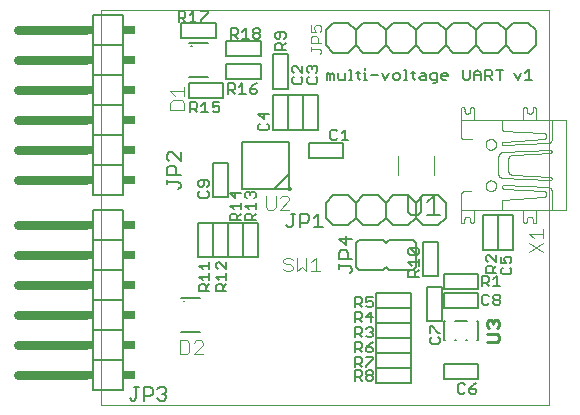
<source format=gto>
G75*
%MOIN*%
%OFA0B0*%
%FSLAX25Y25*%
%IPPOS*%
%LPD*%
%AMOC8*
5,1,8,0,0,1.08239X$1,22.5*
%
%ADD10C,0.00000*%
%ADD11C,0.00600*%
%ADD12C,0.00500*%
%ADD13C,0.00800*%
%ADD14C,0.03000*%
%ADD15R,0.02000X0.03000*%
%ADD16R,0.04000X0.03000*%
%ADD17C,0.00400*%
%ADD18C,0.00300*%
%ADD19C,0.00900*%
D10*
X0030000Y0001800D02*
X0030000Y0133650D01*
X0179350Y0133650D01*
X0179350Y0001800D01*
X0030000Y0001800D01*
X0158228Y0074910D02*
X0158230Y0074994D01*
X0158236Y0075077D01*
X0158246Y0075160D01*
X0158260Y0075243D01*
X0158277Y0075325D01*
X0158299Y0075406D01*
X0158324Y0075485D01*
X0158353Y0075564D01*
X0158386Y0075641D01*
X0158422Y0075716D01*
X0158462Y0075790D01*
X0158505Y0075862D01*
X0158552Y0075931D01*
X0158602Y0075998D01*
X0158655Y0076063D01*
X0158711Y0076125D01*
X0158769Y0076185D01*
X0158831Y0076242D01*
X0158895Y0076295D01*
X0158962Y0076346D01*
X0159031Y0076393D01*
X0159102Y0076438D01*
X0159175Y0076478D01*
X0159250Y0076515D01*
X0159327Y0076549D01*
X0159405Y0076579D01*
X0159484Y0076605D01*
X0159565Y0076628D01*
X0159647Y0076646D01*
X0159729Y0076661D01*
X0159812Y0076672D01*
X0159895Y0076679D01*
X0159979Y0076682D01*
X0160063Y0076681D01*
X0160146Y0076676D01*
X0160230Y0076667D01*
X0160312Y0076654D01*
X0160394Y0076638D01*
X0160475Y0076617D01*
X0160556Y0076593D01*
X0160634Y0076565D01*
X0160712Y0076533D01*
X0160788Y0076497D01*
X0160862Y0076458D01*
X0160934Y0076416D01*
X0161004Y0076370D01*
X0161072Y0076321D01*
X0161137Y0076269D01*
X0161200Y0076214D01*
X0161260Y0076156D01*
X0161318Y0076095D01*
X0161372Y0076031D01*
X0161424Y0075965D01*
X0161472Y0075897D01*
X0161517Y0075826D01*
X0161558Y0075753D01*
X0161597Y0075679D01*
X0161631Y0075603D01*
X0161662Y0075525D01*
X0161689Y0075446D01*
X0161713Y0075365D01*
X0161732Y0075284D01*
X0161748Y0075202D01*
X0161760Y0075119D01*
X0161768Y0075035D01*
X0161772Y0074952D01*
X0161772Y0074868D01*
X0161768Y0074785D01*
X0161760Y0074701D01*
X0161748Y0074618D01*
X0161732Y0074536D01*
X0161713Y0074455D01*
X0161689Y0074374D01*
X0161662Y0074295D01*
X0161631Y0074217D01*
X0161597Y0074141D01*
X0161558Y0074067D01*
X0161517Y0073994D01*
X0161472Y0073923D01*
X0161424Y0073855D01*
X0161372Y0073789D01*
X0161318Y0073725D01*
X0161260Y0073664D01*
X0161200Y0073606D01*
X0161137Y0073551D01*
X0161072Y0073499D01*
X0161004Y0073450D01*
X0160934Y0073404D01*
X0160862Y0073362D01*
X0160788Y0073323D01*
X0160712Y0073287D01*
X0160634Y0073255D01*
X0160556Y0073227D01*
X0160475Y0073203D01*
X0160394Y0073182D01*
X0160312Y0073166D01*
X0160230Y0073153D01*
X0160146Y0073144D01*
X0160063Y0073139D01*
X0159979Y0073138D01*
X0159895Y0073141D01*
X0159812Y0073148D01*
X0159729Y0073159D01*
X0159647Y0073174D01*
X0159565Y0073192D01*
X0159484Y0073215D01*
X0159405Y0073241D01*
X0159327Y0073271D01*
X0159250Y0073305D01*
X0159175Y0073342D01*
X0159102Y0073382D01*
X0159031Y0073427D01*
X0158962Y0073474D01*
X0158895Y0073525D01*
X0158831Y0073578D01*
X0158769Y0073635D01*
X0158711Y0073695D01*
X0158655Y0073757D01*
X0158602Y0073822D01*
X0158552Y0073889D01*
X0158505Y0073958D01*
X0158462Y0074030D01*
X0158422Y0074104D01*
X0158386Y0074179D01*
X0158353Y0074256D01*
X0158324Y0074335D01*
X0158299Y0074414D01*
X0158277Y0074495D01*
X0158260Y0074577D01*
X0158246Y0074660D01*
X0158236Y0074743D01*
X0158230Y0074826D01*
X0158228Y0074910D01*
X0158228Y0088690D02*
X0158230Y0088774D01*
X0158236Y0088857D01*
X0158246Y0088940D01*
X0158260Y0089023D01*
X0158277Y0089105D01*
X0158299Y0089186D01*
X0158324Y0089265D01*
X0158353Y0089344D01*
X0158386Y0089421D01*
X0158422Y0089496D01*
X0158462Y0089570D01*
X0158505Y0089642D01*
X0158552Y0089711D01*
X0158602Y0089778D01*
X0158655Y0089843D01*
X0158711Y0089905D01*
X0158769Y0089965D01*
X0158831Y0090022D01*
X0158895Y0090075D01*
X0158962Y0090126D01*
X0159031Y0090173D01*
X0159102Y0090218D01*
X0159175Y0090258D01*
X0159250Y0090295D01*
X0159327Y0090329D01*
X0159405Y0090359D01*
X0159484Y0090385D01*
X0159565Y0090408D01*
X0159647Y0090426D01*
X0159729Y0090441D01*
X0159812Y0090452D01*
X0159895Y0090459D01*
X0159979Y0090462D01*
X0160063Y0090461D01*
X0160146Y0090456D01*
X0160230Y0090447D01*
X0160312Y0090434D01*
X0160394Y0090418D01*
X0160475Y0090397D01*
X0160556Y0090373D01*
X0160634Y0090345D01*
X0160712Y0090313D01*
X0160788Y0090277D01*
X0160862Y0090238D01*
X0160934Y0090196D01*
X0161004Y0090150D01*
X0161072Y0090101D01*
X0161137Y0090049D01*
X0161200Y0089994D01*
X0161260Y0089936D01*
X0161318Y0089875D01*
X0161372Y0089811D01*
X0161424Y0089745D01*
X0161472Y0089677D01*
X0161517Y0089606D01*
X0161558Y0089533D01*
X0161597Y0089459D01*
X0161631Y0089383D01*
X0161662Y0089305D01*
X0161689Y0089226D01*
X0161713Y0089145D01*
X0161732Y0089064D01*
X0161748Y0088982D01*
X0161760Y0088899D01*
X0161768Y0088815D01*
X0161772Y0088732D01*
X0161772Y0088648D01*
X0161768Y0088565D01*
X0161760Y0088481D01*
X0161748Y0088398D01*
X0161732Y0088316D01*
X0161713Y0088235D01*
X0161689Y0088154D01*
X0161662Y0088075D01*
X0161631Y0087997D01*
X0161597Y0087921D01*
X0161558Y0087847D01*
X0161517Y0087774D01*
X0161472Y0087703D01*
X0161424Y0087635D01*
X0161372Y0087569D01*
X0161318Y0087505D01*
X0161260Y0087444D01*
X0161200Y0087386D01*
X0161137Y0087331D01*
X0161072Y0087279D01*
X0161004Y0087230D01*
X0160934Y0087184D01*
X0160862Y0087142D01*
X0160788Y0087103D01*
X0160712Y0087067D01*
X0160634Y0087035D01*
X0160556Y0087007D01*
X0160475Y0086983D01*
X0160394Y0086962D01*
X0160312Y0086946D01*
X0160230Y0086933D01*
X0160146Y0086924D01*
X0160063Y0086919D01*
X0159979Y0086918D01*
X0159895Y0086921D01*
X0159812Y0086928D01*
X0159729Y0086939D01*
X0159647Y0086954D01*
X0159565Y0086972D01*
X0159484Y0086995D01*
X0159405Y0087021D01*
X0159327Y0087051D01*
X0159250Y0087085D01*
X0159175Y0087122D01*
X0159102Y0087162D01*
X0159031Y0087207D01*
X0158962Y0087254D01*
X0158895Y0087305D01*
X0158831Y0087358D01*
X0158769Y0087415D01*
X0158711Y0087475D01*
X0158655Y0087537D01*
X0158602Y0087602D01*
X0158552Y0087669D01*
X0158505Y0087738D01*
X0158462Y0087810D01*
X0158422Y0087884D01*
X0158386Y0087959D01*
X0158353Y0088036D01*
X0158324Y0088115D01*
X0158299Y0088194D01*
X0158277Y0088275D01*
X0158260Y0088357D01*
X0158246Y0088440D01*
X0158236Y0088523D01*
X0158230Y0088606D01*
X0158228Y0088690D01*
D11*
X0142500Y0071800D02*
X0137500Y0071800D01*
X0135000Y0069300D01*
X0135000Y0064300D01*
X0137500Y0061800D01*
X0142500Y0061800D01*
X0145000Y0064300D01*
X0145000Y0069300D01*
X0142500Y0071800D01*
X0140990Y0071505D02*
X0140990Y0065100D01*
X0143125Y0065100D02*
X0138854Y0065100D01*
X0136679Y0066168D02*
X0136679Y0071505D01*
X0135000Y0069300D02*
X0132500Y0071800D01*
X0127500Y0071800D01*
X0125000Y0069300D01*
X0125000Y0064300D01*
X0122500Y0061800D01*
X0117500Y0061800D01*
X0115000Y0064300D01*
X0112500Y0061800D01*
X0107500Y0061800D01*
X0105000Y0064300D01*
X0105000Y0069300D01*
X0107500Y0071800D01*
X0112500Y0071800D01*
X0115000Y0069300D01*
X0117500Y0071800D01*
X0122500Y0071800D01*
X0125000Y0069300D01*
X0125000Y0064300D02*
X0127500Y0061800D01*
X0132500Y0061800D01*
X0135000Y0064300D01*
X0135612Y0065100D02*
X0136679Y0066168D01*
X0135612Y0065100D02*
X0133477Y0065100D01*
X0132409Y0066168D01*
X0132409Y0071505D01*
X0138854Y0069370D02*
X0140990Y0071505D01*
X0134000Y0056800D02*
X0126000Y0056800D01*
X0125000Y0055800D01*
X0124000Y0056800D01*
X0116000Y0056800D01*
X0115000Y0055800D01*
X0115000Y0047800D01*
X0116000Y0046800D01*
X0124000Y0046800D01*
X0125000Y0047800D01*
X0126000Y0046800D01*
X0134000Y0046800D01*
X0135000Y0047800D01*
X0135000Y0055800D01*
X0134000Y0056800D01*
X0133114Y0054235D02*
X0135383Y0051966D01*
X0135950Y0052533D01*
X0135950Y0053668D01*
X0135383Y0054235D01*
X0133114Y0054235D01*
X0132547Y0053668D01*
X0132547Y0052533D01*
X0133114Y0051966D01*
X0135383Y0051966D01*
X0135950Y0050552D02*
X0135950Y0048283D01*
X0135950Y0049417D02*
X0132547Y0049417D01*
X0133681Y0048283D01*
X0133114Y0046869D02*
X0134249Y0046869D01*
X0134816Y0046301D01*
X0134816Y0044600D01*
X0135950Y0044600D02*
X0132547Y0044600D01*
X0132547Y0046301D01*
X0133114Y0046869D01*
X0134816Y0045734D02*
X0135950Y0046869D01*
X0120760Y0037753D02*
X0118492Y0037753D01*
X0118492Y0036051D01*
X0119626Y0036619D01*
X0120193Y0036619D01*
X0120760Y0036051D01*
X0120760Y0034917D01*
X0120193Y0034350D01*
X0119059Y0034350D01*
X0118492Y0034917D01*
X0117077Y0034350D02*
X0115943Y0035484D01*
X0116510Y0035484D02*
X0114809Y0035484D01*
X0114809Y0034350D02*
X0114809Y0037753D01*
X0116510Y0037753D01*
X0117077Y0037186D01*
X0117077Y0036051D01*
X0116510Y0035484D01*
X0116510Y0032753D02*
X0114809Y0032753D01*
X0114809Y0029350D01*
X0114809Y0030484D02*
X0116510Y0030484D01*
X0117077Y0031051D01*
X0117077Y0032186D01*
X0116510Y0032753D01*
X0115943Y0030484D02*
X0117077Y0029350D01*
X0116510Y0027753D02*
X0114809Y0027753D01*
X0114809Y0024350D01*
X0114809Y0025484D02*
X0116510Y0025484D01*
X0117077Y0026051D01*
X0117077Y0027186D01*
X0116510Y0027753D01*
X0118492Y0027186D02*
X0119059Y0027753D01*
X0120193Y0027753D01*
X0120760Y0027186D01*
X0120760Y0026619D01*
X0120193Y0026051D01*
X0120760Y0025484D01*
X0120760Y0024917D01*
X0120193Y0024350D01*
X0119059Y0024350D01*
X0118492Y0024917D01*
X0117077Y0024350D02*
X0115943Y0025484D01*
X0116510Y0022753D02*
X0114809Y0022753D01*
X0114809Y0019350D01*
X0114809Y0020484D02*
X0116510Y0020484D01*
X0117077Y0021051D01*
X0117077Y0022186D01*
X0116510Y0022753D01*
X0115943Y0020484D02*
X0117077Y0019350D01*
X0118492Y0019917D02*
X0118492Y0021051D01*
X0120193Y0021051D01*
X0120760Y0020484D01*
X0120760Y0019917D01*
X0120193Y0019350D01*
X0119059Y0019350D01*
X0118492Y0019917D01*
X0118492Y0021051D02*
X0119626Y0022186D01*
X0120760Y0022753D01*
X0120193Y0026051D02*
X0119626Y0026051D01*
X0120193Y0029350D02*
X0120193Y0032753D01*
X0118492Y0031051D01*
X0120760Y0031051D01*
X0120760Y0017753D02*
X0118492Y0017753D01*
X0117077Y0017186D02*
X0117077Y0016051D01*
X0116510Y0015484D01*
X0114809Y0015484D01*
X0114809Y0014350D02*
X0114809Y0017753D01*
X0116510Y0017753D01*
X0117077Y0017186D01*
X0115943Y0015484D02*
X0117077Y0014350D01*
X0116510Y0013378D02*
X0114809Y0013378D01*
X0114809Y0009975D01*
X0114809Y0011109D02*
X0116510Y0011109D01*
X0117077Y0011676D01*
X0117077Y0012811D01*
X0116510Y0013378D01*
X0118492Y0012811D02*
X0118492Y0012244D01*
X0119059Y0011676D01*
X0120193Y0011676D01*
X0120760Y0011109D01*
X0120760Y0010542D01*
X0120193Y0009975D01*
X0119059Y0009975D01*
X0118492Y0010542D01*
X0118492Y0011109D01*
X0119059Y0011676D01*
X0120193Y0011676D02*
X0120760Y0012244D01*
X0120760Y0012811D01*
X0120193Y0013378D01*
X0119059Y0013378D01*
X0118492Y0012811D01*
X0118492Y0014350D02*
X0118492Y0014917D01*
X0120760Y0017186D01*
X0120760Y0017753D01*
X0115943Y0011109D02*
X0117077Y0009975D01*
X0139672Y0022801D02*
X0140239Y0022234D01*
X0142508Y0022234D01*
X0143075Y0022801D01*
X0143075Y0023935D01*
X0142508Y0024502D01*
X0142508Y0025917D02*
X0143075Y0025917D01*
X0142508Y0025917D02*
X0140239Y0028185D01*
X0139672Y0028185D01*
X0139672Y0025917D01*
X0140239Y0024502D02*
X0139672Y0023935D01*
X0139672Y0022801D01*
X0144402Y0023611D02*
X0144772Y0023611D01*
X0144402Y0023611D02*
X0144402Y0029989D01*
X0144772Y0029989D01*
X0147945Y0029989D02*
X0152055Y0029989D01*
X0155228Y0029989D02*
X0155598Y0029989D01*
X0155598Y0023611D01*
X0155228Y0023611D01*
X0152055Y0023611D02*
X0151685Y0023611D01*
X0148315Y0023611D02*
X0147945Y0023611D01*
X0157742Y0035225D02*
X0158876Y0035225D01*
X0159444Y0035792D01*
X0160858Y0035792D02*
X0161425Y0035225D01*
X0162560Y0035225D01*
X0163127Y0035792D01*
X0163127Y0036359D01*
X0162560Y0036926D01*
X0161425Y0036926D01*
X0160858Y0037494D01*
X0160858Y0038061D01*
X0161425Y0038628D01*
X0162560Y0038628D01*
X0163127Y0038061D01*
X0163127Y0037494D01*
X0162560Y0036926D01*
X0161425Y0036926D02*
X0160858Y0036359D01*
X0160858Y0035792D01*
X0159444Y0038061D02*
X0158876Y0038628D01*
X0157742Y0038628D01*
X0157175Y0038061D01*
X0157175Y0035792D01*
X0157742Y0035225D01*
X0157175Y0041475D02*
X0157175Y0044878D01*
X0158876Y0044878D01*
X0159444Y0044311D01*
X0159444Y0043176D01*
X0158876Y0042609D01*
X0157175Y0042609D01*
X0158309Y0042609D02*
X0159444Y0041475D01*
X0160858Y0041475D02*
X0163127Y0041475D01*
X0161992Y0041475D02*
X0161992Y0044878D01*
X0160858Y0043744D01*
X0160691Y0045984D02*
X0160691Y0047685D01*
X0160124Y0048252D01*
X0158989Y0048252D01*
X0158422Y0047685D01*
X0158422Y0045984D01*
X0161825Y0045984D01*
X0163422Y0045926D02*
X0163422Y0047060D01*
X0163989Y0047627D01*
X0163422Y0045926D02*
X0163989Y0045359D01*
X0166258Y0045359D01*
X0166825Y0045926D01*
X0166825Y0047060D01*
X0166258Y0047627D01*
X0166258Y0049042D02*
X0166825Y0049609D01*
X0166825Y0050743D01*
X0166258Y0051310D01*
X0165124Y0051310D01*
X0164556Y0050743D01*
X0164556Y0050176D01*
X0165124Y0049042D01*
X0163422Y0049042D01*
X0163422Y0051310D01*
X0161825Y0051935D02*
X0161825Y0049667D01*
X0159556Y0051935D01*
X0158989Y0051935D01*
X0158422Y0051368D01*
X0158422Y0050234D01*
X0158989Y0049667D01*
X0160691Y0047118D02*
X0161825Y0048252D01*
X0115000Y0064300D02*
X0115000Y0069300D01*
X0092800Y0074000D02*
X0092800Y0089600D01*
X0077200Y0089600D01*
X0077200Y0074000D01*
X0092800Y0074000D01*
X0090500Y0074000D02*
X0089300Y0074000D01*
X0088600Y0074000D02*
X0087400Y0074000D01*
X0087800Y0074000D02*
X0092800Y0079000D01*
X0092800Y0079400D02*
X0092800Y0078200D01*
X0092800Y0077500D02*
X0092800Y0076300D01*
X0092800Y0080200D02*
X0092800Y0081400D01*
X0092800Y0082200D02*
X0092800Y0083400D01*
X0092800Y0084200D02*
X0092800Y0085400D01*
X0092800Y0086100D02*
X0092800Y0087300D01*
X0090500Y0089600D02*
X0089300Y0089600D01*
X0088600Y0089600D02*
X0087400Y0089600D01*
X0086600Y0089600D02*
X0085400Y0089600D01*
X0082600Y0089600D02*
X0081400Y0089600D01*
X0080700Y0089600D02*
X0079500Y0089600D01*
X0077200Y0087300D02*
X0077200Y0086100D01*
X0077200Y0085400D02*
X0077200Y0084200D01*
X0077200Y0083400D02*
X0077200Y0082200D01*
X0077200Y0081400D02*
X0077200Y0080200D01*
X0077200Y0079400D02*
X0077200Y0078200D01*
X0077200Y0077500D02*
X0077200Y0076300D01*
X0079500Y0074000D02*
X0080700Y0074000D01*
X0080441Y0072985D02*
X0079874Y0072418D01*
X0079874Y0071851D01*
X0079874Y0072418D02*
X0079306Y0072985D01*
X0078739Y0072985D01*
X0078172Y0072418D01*
X0078172Y0071283D01*
X0078739Y0070716D01*
X0081008Y0070716D02*
X0081575Y0071283D01*
X0081575Y0072418D01*
X0081008Y0072985D01*
X0080441Y0072985D01*
X0083400Y0074000D02*
X0084600Y0074000D01*
X0085400Y0074000D02*
X0086600Y0074000D01*
X0081575Y0069302D02*
X0081575Y0067033D01*
X0081575Y0068167D02*
X0078172Y0068167D01*
X0079306Y0067033D01*
X0078739Y0065619D02*
X0079874Y0065619D01*
X0080441Y0065051D01*
X0080441Y0063350D01*
X0081575Y0063350D02*
X0078172Y0063350D01*
X0078172Y0065051D01*
X0078739Y0065619D01*
X0080441Y0064484D02*
X0081575Y0065619D01*
X0076575Y0065619D02*
X0075441Y0064484D01*
X0075441Y0065051D02*
X0075441Y0063350D01*
X0076575Y0063350D02*
X0073172Y0063350D01*
X0073172Y0065051D01*
X0073739Y0065619D01*
X0074874Y0065619D01*
X0075441Y0065051D01*
X0076575Y0067033D02*
X0076575Y0069302D01*
X0076575Y0068167D02*
X0073172Y0068167D01*
X0074306Y0067033D01*
X0074874Y0070716D02*
X0074874Y0072985D01*
X0076575Y0072418D02*
X0073172Y0072418D01*
X0074874Y0070716D01*
X0065950Y0071417D02*
X0065950Y0072551D01*
X0065383Y0073119D01*
X0065383Y0074533D02*
X0065950Y0075100D01*
X0065950Y0076235D01*
X0065383Y0076802D01*
X0063114Y0076802D01*
X0062547Y0076235D01*
X0062547Y0075100D01*
X0063114Y0074533D01*
X0063681Y0074533D01*
X0064249Y0075100D01*
X0064249Y0076802D01*
X0063114Y0073119D02*
X0062547Y0072551D01*
X0062547Y0071417D01*
X0063114Y0070850D01*
X0065383Y0070850D01*
X0065950Y0071417D01*
X0037500Y0071800D02*
X0027500Y0071800D01*
X0027500Y0081800D01*
X0027500Y0091800D01*
X0027500Y0101800D01*
X0027500Y0111800D01*
X0027500Y0121800D01*
X0027500Y0131800D01*
X0037500Y0131800D01*
X0037500Y0121800D01*
X0027500Y0121800D01*
X0037500Y0121800D02*
X0037500Y0111800D01*
X0027500Y0111800D01*
X0037500Y0111800D02*
X0037500Y0101800D01*
X0027500Y0101800D01*
X0037500Y0101800D02*
X0037500Y0091800D01*
X0027500Y0091800D01*
X0037500Y0091800D02*
X0037500Y0081800D01*
X0027500Y0081800D01*
X0037500Y0081800D02*
X0037500Y0071800D01*
X0037500Y0066800D02*
X0027500Y0066800D01*
X0027500Y0056800D01*
X0027500Y0046800D01*
X0027500Y0036800D01*
X0027500Y0026800D01*
X0027500Y0016800D01*
X0027500Y0006800D01*
X0037500Y0006800D01*
X0037500Y0016800D01*
X0037500Y0026800D01*
X0037500Y0036800D01*
X0037500Y0046800D01*
X0037500Y0056800D01*
X0037500Y0066800D01*
X0037500Y0056800D02*
X0027500Y0056800D01*
X0027500Y0046800D02*
X0037500Y0046800D01*
X0037500Y0036800D02*
X0027500Y0036800D01*
X0027500Y0026800D02*
X0037500Y0026800D01*
X0037500Y0016800D02*
X0027500Y0016800D01*
X0062797Y0039801D02*
X0062797Y0041502D01*
X0063364Y0042069D01*
X0064499Y0042069D01*
X0065066Y0041502D01*
X0065066Y0039801D01*
X0065066Y0040935D02*
X0066200Y0042069D01*
X0066200Y0043484D02*
X0066200Y0045752D01*
X0066200Y0044618D02*
X0062797Y0044618D01*
X0063931Y0043484D01*
X0062797Y0039801D02*
X0066200Y0039801D01*
X0068422Y0039801D02*
X0068422Y0041502D01*
X0068989Y0042069D01*
X0070124Y0042069D01*
X0070691Y0041502D01*
X0070691Y0039801D01*
X0070691Y0040935D02*
X0071825Y0042069D01*
X0071825Y0043484D02*
X0071825Y0045752D01*
X0071825Y0044618D02*
X0068422Y0044618D01*
X0069556Y0043484D01*
X0068422Y0039801D02*
X0071825Y0039801D01*
X0071825Y0047167D02*
X0069556Y0049435D01*
X0068989Y0049435D01*
X0068422Y0048868D01*
X0068422Y0047734D01*
X0068989Y0047167D01*
X0071825Y0047167D02*
X0071825Y0049435D01*
X0066200Y0049435D02*
X0066200Y0047167D01*
X0066200Y0048301D02*
X0062797Y0048301D01*
X0063931Y0047167D01*
X0107117Y0090225D02*
X0108251Y0090225D01*
X0108819Y0090792D01*
X0110233Y0090225D02*
X0112502Y0090225D01*
X0111367Y0090225D02*
X0111367Y0093628D01*
X0110233Y0092494D01*
X0108819Y0093061D02*
X0108251Y0093628D01*
X0107117Y0093628D01*
X0106550Y0093061D01*
X0106550Y0090792D01*
X0107117Y0090225D01*
X0085950Y0093917D02*
X0085950Y0095051D01*
X0085383Y0095619D01*
X0085950Y0093917D02*
X0085383Y0093350D01*
X0083114Y0093350D01*
X0082547Y0093917D01*
X0082547Y0095051D01*
X0083114Y0095619D01*
X0084249Y0097033D02*
X0084249Y0099302D01*
X0085950Y0098735D02*
X0082547Y0098735D01*
X0084249Y0097033D01*
X0081443Y0105600D02*
X0082010Y0106167D01*
X0082010Y0106734D01*
X0081443Y0107301D01*
X0079742Y0107301D01*
X0079742Y0106167D01*
X0080309Y0105600D01*
X0081443Y0105600D01*
X0079742Y0107301D02*
X0080876Y0108436D01*
X0082010Y0109003D01*
X0077193Y0109003D02*
X0077193Y0105600D01*
X0076059Y0105600D02*
X0078327Y0105600D01*
X0076059Y0107869D02*
X0077193Y0109003D01*
X0074644Y0108436D02*
X0074644Y0107301D01*
X0074077Y0106734D01*
X0072376Y0106734D01*
X0073510Y0106734D02*
X0074644Y0105600D01*
X0072376Y0105600D02*
X0072376Y0109003D01*
X0074077Y0109003D01*
X0074644Y0108436D01*
X0069510Y0102753D02*
X0067242Y0102753D01*
X0067242Y0101051D01*
X0068376Y0101619D01*
X0068943Y0101619D01*
X0069510Y0101051D01*
X0069510Y0099917D01*
X0068943Y0099350D01*
X0067809Y0099350D01*
X0067242Y0099917D01*
X0065827Y0099350D02*
X0063559Y0099350D01*
X0064693Y0099350D02*
X0064693Y0102753D01*
X0063559Y0101619D01*
X0062144Y0102186D02*
X0062144Y0101051D01*
X0061577Y0100484D01*
X0059876Y0100484D01*
X0061010Y0100484D02*
X0062144Y0099350D01*
X0059876Y0099350D02*
X0059876Y0102753D01*
X0061577Y0102753D01*
X0062144Y0102186D01*
X0088172Y0120225D02*
X0088172Y0121926D01*
X0088739Y0122494D01*
X0089874Y0122494D01*
X0090441Y0121926D01*
X0090441Y0120225D01*
X0091575Y0120225D02*
X0088172Y0120225D01*
X0090441Y0121359D02*
X0091575Y0122494D01*
X0091008Y0123908D02*
X0091575Y0124475D01*
X0091575Y0125610D01*
X0091008Y0126177D01*
X0088739Y0126177D01*
X0088172Y0125610D01*
X0088172Y0124475D01*
X0088739Y0123908D01*
X0089306Y0123908D01*
X0089874Y0124475D01*
X0089874Y0126177D01*
X0083060Y0126244D02*
X0082493Y0125676D01*
X0081358Y0125676D01*
X0080791Y0126244D01*
X0080791Y0126811D01*
X0081358Y0127378D01*
X0082493Y0127378D01*
X0083060Y0126811D01*
X0083060Y0126244D01*
X0082493Y0125676D02*
X0083060Y0125109D01*
X0083060Y0124542D01*
X0082493Y0123975D01*
X0081358Y0123975D01*
X0080791Y0124542D01*
X0080791Y0125109D01*
X0081358Y0125676D01*
X0079377Y0123975D02*
X0077108Y0123975D01*
X0078242Y0123975D02*
X0078242Y0127378D01*
X0077108Y0126244D01*
X0075694Y0126811D02*
X0075694Y0125676D01*
X0075126Y0125109D01*
X0073425Y0125109D01*
X0073425Y0123975D02*
X0073425Y0127378D01*
X0075126Y0127378D01*
X0075694Y0126811D01*
X0074559Y0125109D02*
X0075694Y0123975D01*
X0065560Y0132436D02*
X0063291Y0130167D01*
X0063291Y0129600D01*
X0061877Y0129600D02*
X0059608Y0129600D01*
X0060742Y0129600D02*
X0060742Y0133003D01*
X0059608Y0131869D01*
X0058194Y0132436D02*
X0058194Y0131301D01*
X0057626Y0130734D01*
X0055925Y0130734D01*
X0055925Y0129600D02*
X0055925Y0133003D01*
X0057626Y0133003D01*
X0058194Y0132436D01*
X0057059Y0130734D02*
X0058194Y0129600D01*
X0063291Y0133003D02*
X0065560Y0133003D01*
X0065560Y0132436D01*
X0093797Y0114360D02*
X0093797Y0113225D01*
X0094364Y0112658D01*
X0094364Y0111244D02*
X0093797Y0110676D01*
X0093797Y0109542D01*
X0094364Y0108975D01*
X0096633Y0108975D01*
X0097200Y0109542D01*
X0097200Y0110676D01*
X0096633Y0111244D01*
X0097200Y0112658D02*
X0094931Y0114927D01*
X0094364Y0114927D01*
X0093797Y0114360D01*
X0097200Y0114927D02*
X0097200Y0112658D01*
X0098797Y0113225D02*
X0098797Y0114360D01*
X0099364Y0114927D01*
X0099931Y0114927D01*
X0100499Y0114360D01*
X0101066Y0114927D01*
X0101633Y0114927D01*
X0102200Y0114360D01*
X0102200Y0113225D01*
X0101633Y0112658D01*
X0101633Y0111244D02*
X0102200Y0110676D01*
X0102200Y0109542D01*
X0101633Y0108975D01*
X0099364Y0108975D01*
X0098797Y0109542D01*
X0098797Y0110676D01*
X0099364Y0111244D01*
X0099364Y0112658D02*
X0098797Y0113225D01*
X0100499Y0113792D02*
X0100499Y0114360D01*
X0105300Y0112494D02*
X0105867Y0112494D01*
X0106434Y0111926D01*
X0107001Y0112494D01*
X0107569Y0111926D01*
X0107569Y0110225D01*
X0106434Y0110225D02*
X0106434Y0111926D01*
X0105300Y0112494D02*
X0105300Y0110225D01*
X0108983Y0110792D02*
X0108983Y0112494D01*
X0108983Y0110792D02*
X0109550Y0110225D01*
X0111252Y0110225D01*
X0111252Y0112494D01*
X0112666Y0113628D02*
X0113233Y0113628D01*
X0113233Y0110225D01*
X0112666Y0110225D02*
X0113801Y0110225D01*
X0115689Y0110792D02*
X0116256Y0110225D01*
X0115689Y0110792D02*
X0115689Y0113061D01*
X0115122Y0112494D02*
X0116256Y0112494D01*
X0117577Y0112494D02*
X0118144Y0112494D01*
X0118144Y0110225D01*
X0117577Y0110225D02*
X0118711Y0110225D01*
X0120033Y0111926D02*
X0122301Y0111926D01*
X0123716Y0112494D02*
X0124850Y0110225D01*
X0125984Y0112494D01*
X0127399Y0111926D02*
X0127399Y0110792D01*
X0127966Y0110225D01*
X0129100Y0110225D01*
X0129667Y0110792D01*
X0129667Y0111926D01*
X0129100Y0112494D01*
X0127966Y0112494D01*
X0127399Y0111926D01*
X0131082Y0110225D02*
X0132216Y0110225D01*
X0131649Y0110225D02*
X0131649Y0113628D01*
X0131082Y0113628D01*
X0133537Y0112494D02*
X0134672Y0112494D01*
X0134105Y0113061D02*
X0134105Y0110792D01*
X0134672Y0110225D01*
X0135993Y0110792D02*
X0136560Y0111359D01*
X0138261Y0111359D01*
X0138261Y0111926D02*
X0137694Y0112494D01*
X0136560Y0112494D01*
X0138261Y0111926D02*
X0138261Y0110225D01*
X0136560Y0110225D01*
X0135993Y0110792D01*
X0139676Y0110792D02*
X0140243Y0110225D01*
X0141945Y0110225D01*
X0141945Y0109658D02*
X0141945Y0112494D01*
X0140243Y0112494D01*
X0139676Y0111926D01*
X0139676Y0110792D01*
X0140810Y0109091D02*
X0141377Y0109091D01*
X0141945Y0109658D01*
X0143359Y0110792D02*
X0143359Y0111926D01*
X0143926Y0112494D01*
X0145061Y0112494D01*
X0145628Y0111926D01*
X0145628Y0111359D01*
X0143359Y0111359D01*
X0143359Y0110792D02*
X0143926Y0110225D01*
X0145061Y0110225D01*
X0150725Y0110792D02*
X0150725Y0113628D01*
X0152994Y0113628D02*
X0152994Y0110792D01*
X0152427Y0110225D01*
X0151293Y0110225D01*
X0150725Y0110792D01*
X0154409Y0110225D02*
X0154409Y0112494D01*
X0155543Y0113628D01*
X0156677Y0112494D01*
X0156677Y0110225D01*
X0158092Y0110225D02*
X0158092Y0113628D01*
X0159793Y0113628D01*
X0160360Y0113061D01*
X0160360Y0111926D01*
X0159793Y0111359D01*
X0158092Y0111359D01*
X0159226Y0111359D02*
X0160360Y0110225D01*
X0162909Y0110225D02*
X0162909Y0113628D01*
X0161775Y0113628D02*
X0164043Y0113628D01*
X0162500Y0119300D02*
X0157500Y0119300D01*
X0155000Y0121800D01*
X0155000Y0126800D01*
X0157500Y0129300D01*
X0162500Y0129300D01*
X0165000Y0126800D01*
X0167500Y0129300D01*
X0172500Y0129300D01*
X0175000Y0126800D01*
X0175000Y0121800D01*
X0172500Y0119300D01*
X0167500Y0119300D01*
X0165000Y0121800D01*
X0162500Y0119300D01*
X0165000Y0121800D02*
X0165000Y0126800D01*
X0155000Y0126800D02*
X0152500Y0129300D01*
X0147500Y0129300D01*
X0145000Y0126800D01*
X0142500Y0129300D01*
X0137500Y0129300D01*
X0135000Y0126800D01*
X0132500Y0129300D01*
X0127500Y0129300D01*
X0125000Y0126800D01*
X0125000Y0121800D01*
X0127500Y0119300D01*
X0132500Y0119300D01*
X0135000Y0121800D01*
X0135000Y0126800D01*
X0135000Y0121800D02*
X0137500Y0119300D01*
X0142500Y0119300D01*
X0145000Y0121800D01*
X0145000Y0126800D01*
X0145000Y0121800D02*
X0147500Y0119300D01*
X0152500Y0119300D01*
X0155000Y0121800D01*
X0154409Y0111926D02*
X0156677Y0111926D01*
X0125000Y0121800D02*
X0122500Y0119300D01*
X0117500Y0119300D01*
X0115000Y0121800D01*
X0112500Y0119300D01*
X0107500Y0119300D01*
X0105000Y0121800D01*
X0105000Y0126800D01*
X0107500Y0129300D01*
X0112500Y0129300D01*
X0115000Y0126800D01*
X0117500Y0129300D01*
X0122500Y0129300D01*
X0125000Y0126800D01*
X0115000Y0126800D02*
X0115000Y0121800D01*
X0118144Y0114195D02*
X0118144Y0113628D01*
X0149751Y0009003D02*
X0149184Y0008436D01*
X0149184Y0006167D01*
X0149751Y0005600D01*
X0150885Y0005600D01*
X0151452Y0006167D01*
X0152867Y0006167D02*
X0152867Y0007301D01*
X0154568Y0007301D01*
X0155135Y0006734D01*
X0155135Y0006167D01*
X0154568Y0005600D01*
X0153434Y0005600D01*
X0152867Y0006167D01*
X0152867Y0007301D02*
X0154001Y0008436D01*
X0155135Y0009003D01*
X0151452Y0008436D02*
X0150885Y0009003D01*
X0149751Y0009003D01*
D12*
X0113124Y0045800D02*
X0113875Y0046551D01*
X0113875Y0047301D01*
X0113124Y0048052D01*
X0109371Y0048052D01*
X0109371Y0047301D02*
X0109371Y0048803D01*
X0109371Y0050404D02*
X0109371Y0052656D01*
X0110122Y0053406D01*
X0111623Y0053406D01*
X0112374Y0052656D01*
X0112374Y0050404D01*
X0113875Y0050404D02*
X0109371Y0050404D01*
X0111623Y0055008D02*
X0111623Y0058010D01*
X0109371Y0057260D02*
X0111623Y0055008D01*
X0113875Y0057260D02*
X0109371Y0057260D01*
X0103949Y0061100D02*
X0100946Y0061100D01*
X0102447Y0061100D02*
X0102447Y0065604D01*
X0100946Y0064103D01*
X0099345Y0064853D02*
X0099345Y0063352D01*
X0098594Y0062601D01*
X0096342Y0062601D01*
X0096342Y0061100D02*
X0096342Y0065604D01*
X0098594Y0065604D01*
X0099345Y0064853D01*
X0094741Y0065604D02*
X0093239Y0065604D01*
X0093990Y0065604D02*
X0093990Y0061851D01*
X0093239Y0061100D01*
X0092489Y0061100D01*
X0091738Y0061851D01*
X0092480Y0073926D02*
X0092482Y0073965D01*
X0092488Y0074004D01*
X0092498Y0074042D01*
X0092511Y0074079D01*
X0092528Y0074114D01*
X0092548Y0074148D01*
X0092572Y0074179D01*
X0092599Y0074208D01*
X0092628Y0074234D01*
X0092660Y0074257D01*
X0092694Y0074277D01*
X0092730Y0074293D01*
X0092767Y0074305D01*
X0092806Y0074314D01*
X0092845Y0074319D01*
X0092884Y0074320D01*
X0092923Y0074317D01*
X0092962Y0074310D01*
X0092999Y0074299D01*
X0093036Y0074285D01*
X0093071Y0074267D01*
X0093104Y0074246D01*
X0093135Y0074221D01*
X0093163Y0074194D01*
X0093188Y0074164D01*
X0093210Y0074131D01*
X0093229Y0074097D01*
X0093244Y0074061D01*
X0093256Y0074023D01*
X0093264Y0073985D01*
X0093268Y0073946D01*
X0093268Y0073906D01*
X0093264Y0073867D01*
X0093256Y0073829D01*
X0093244Y0073791D01*
X0093229Y0073755D01*
X0093210Y0073721D01*
X0093188Y0073688D01*
X0093163Y0073658D01*
X0093135Y0073631D01*
X0093104Y0073606D01*
X0093071Y0073585D01*
X0093036Y0073567D01*
X0092999Y0073553D01*
X0092962Y0073542D01*
X0092923Y0073535D01*
X0092884Y0073532D01*
X0092845Y0073533D01*
X0092806Y0073538D01*
X0092767Y0073547D01*
X0092730Y0073559D01*
X0092694Y0073575D01*
X0092660Y0073595D01*
X0092628Y0073618D01*
X0092599Y0073644D01*
X0092572Y0073673D01*
X0092548Y0073704D01*
X0092528Y0073738D01*
X0092511Y0073773D01*
X0092498Y0073810D01*
X0092488Y0073848D01*
X0092482Y0073887D01*
X0092480Y0073926D01*
X0056625Y0074614D02*
X0056625Y0075364D01*
X0055874Y0076115D01*
X0052121Y0076115D01*
X0052121Y0075364D02*
X0052121Y0076866D01*
X0052121Y0078467D02*
X0052121Y0080719D01*
X0052872Y0081470D01*
X0054373Y0081470D01*
X0055124Y0080719D01*
X0055124Y0078467D01*
X0056625Y0078467D02*
X0052121Y0078467D01*
X0056625Y0074614D02*
X0055874Y0073863D01*
X0056625Y0083071D02*
X0053622Y0086074D01*
X0052872Y0086074D01*
X0052121Y0085323D01*
X0052121Y0083822D01*
X0052872Y0083071D01*
X0056625Y0083071D02*
X0056625Y0086074D01*
X0059350Y0111091D02*
X0065650Y0111091D01*
X0060177Y0121564D02*
X0060179Y0121582D01*
X0060185Y0121598D01*
X0060194Y0121613D01*
X0060207Y0121626D01*
X0060222Y0121635D01*
X0060238Y0121641D01*
X0060256Y0121643D01*
X0060274Y0121641D01*
X0060290Y0121635D01*
X0060305Y0121626D01*
X0060318Y0121613D01*
X0060327Y0121598D01*
X0060333Y0121582D01*
X0060335Y0121564D01*
X0060333Y0121546D01*
X0060327Y0121530D01*
X0060318Y0121515D01*
X0060305Y0121502D01*
X0060290Y0121493D01*
X0060274Y0121487D01*
X0060256Y0121485D01*
X0060238Y0121487D01*
X0060222Y0121493D01*
X0060207Y0121502D01*
X0060194Y0121515D01*
X0060185Y0121530D01*
X0060179Y0121546D01*
X0060177Y0121564D01*
X0059350Y0122509D02*
X0065650Y0122509D01*
X0167750Y0112510D02*
X0168918Y0110175D01*
X0170085Y0112510D01*
X0171433Y0112510D02*
X0172601Y0113678D01*
X0172601Y0110175D01*
X0173768Y0110175D02*
X0171433Y0110175D01*
X0063150Y0037509D02*
X0056850Y0037509D01*
X0057677Y0036564D02*
X0057679Y0036582D01*
X0057685Y0036598D01*
X0057694Y0036613D01*
X0057707Y0036626D01*
X0057722Y0036635D01*
X0057738Y0036641D01*
X0057756Y0036643D01*
X0057774Y0036641D01*
X0057790Y0036635D01*
X0057805Y0036626D01*
X0057818Y0036613D01*
X0057827Y0036598D01*
X0057833Y0036582D01*
X0057835Y0036564D01*
X0057833Y0036546D01*
X0057827Y0036530D01*
X0057818Y0036515D01*
X0057805Y0036502D01*
X0057790Y0036493D01*
X0057774Y0036487D01*
X0057756Y0036485D01*
X0057738Y0036487D01*
X0057722Y0036493D01*
X0057707Y0036502D01*
X0057694Y0036515D01*
X0057685Y0036530D01*
X0057679Y0036546D01*
X0057677Y0036564D01*
X0056850Y0026091D02*
X0063150Y0026091D01*
X0051085Y0007804D02*
X0049583Y0007804D01*
X0048833Y0007053D01*
X0047231Y0007053D02*
X0047231Y0005552D01*
X0046481Y0004801D01*
X0044229Y0004801D01*
X0044229Y0003300D02*
X0044229Y0007804D01*
X0046481Y0007804D01*
X0047231Y0007053D01*
X0050334Y0005552D02*
X0051085Y0005552D01*
X0051835Y0004801D01*
X0051835Y0004051D01*
X0051085Y0003300D01*
X0049583Y0003300D01*
X0048833Y0004051D01*
X0051085Y0005552D02*
X0051835Y0006303D01*
X0051835Y0007053D01*
X0051085Y0007804D01*
X0042628Y0007804D02*
X0041126Y0007804D01*
X0041877Y0007804D02*
X0041877Y0004051D01*
X0041126Y0003300D01*
X0040376Y0003300D01*
X0039625Y0004051D01*
D13*
X0062500Y0051050D02*
X0067500Y0051050D01*
X0072500Y0051050D01*
X0077500Y0051050D01*
X0077500Y0062550D01*
X0072500Y0062550D01*
X0072500Y0051050D01*
X0072500Y0062550D01*
X0067500Y0062550D01*
X0067500Y0051050D01*
X0067500Y0062550D01*
X0062500Y0062550D01*
X0062500Y0051050D01*
X0077500Y0051050D02*
X0077500Y0062550D01*
X0082500Y0062550D01*
X0082500Y0051050D01*
X0077500Y0051050D01*
X0072500Y0071050D02*
X0067500Y0071050D01*
X0067500Y0082550D01*
X0072500Y0082550D01*
X0072500Y0071050D01*
X0099250Y0084300D02*
X0099250Y0089300D01*
X0110750Y0089300D01*
X0110750Y0084300D01*
X0099250Y0084300D01*
X0097500Y0093550D02*
X0092500Y0093550D01*
X0087500Y0093550D01*
X0087500Y0105050D01*
X0092500Y0105050D01*
X0092500Y0093550D01*
X0092500Y0105050D01*
X0097500Y0105050D01*
X0102500Y0105050D01*
X0102500Y0093550D01*
X0097500Y0093550D01*
X0097500Y0105050D01*
X0097500Y0093550D01*
X0092500Y0107300D02*
X0087500Y0107300D01*
X0087500Y0118800D01*
X0092500Y0118800D01*
X0092500Y0107300D01*
X0083250Y0110550D02*
X0071750Y0110550D01*
X0071750Y0115550D01*
X0083250Y0115550D01*
X0083250Y0110550D01*
X0083250Y0118050D02*
X0071750Y0118050D01*
X0071750Y0123050D01*
X0083250Y0123050D01*
X0083250Y0118050D01*
X0070750Y0109300D02*
X0070750Y0104300D01*
X0059250Y0104300D01*
X0059250Y0109300D01*
X0070750Y0109300D01*
X0068250Y0124300D02*
X0056750Y0124300D01*
X0056750Y0129300D01*
X0068250Y0129300D01*
X0068250Y0124300D01*
X0157500Y0065050D02*
X0162500Y0065050D01*
X0162500Y0053550D01*
X0157500Y0053550D01*
X0157500Y0065050D01*
X0162500Y0065050D02*
X0167500Y0065050D01*
X0167500Y0053550D01*
X0162500Y0053550D01*
X0162500Y0065050D01*
X0142500Y0056300D02*
X0142500Y0044800D01*
X0137500Y0044800D01*
X0137500Y0056300D01*
X0142500Y0056300D01*
X0144250Y0045550D02*
X0144250Y0040550D01*
X0155750Y0040550D01*
X0155750Y0045550D01*
X0144250Y0045550D01*
X0143750Y0041300D02*
X0138750Y0041300D01*
X0138750Y0029800D01*
X0143750Y0029800D01*
X0143750Y0041300D01*
X0144250Y0039300D02*
X0155750Y0039300D01*
X0155750Y0034300D01*
X0144250Y0034300D01*
X0144250Y0039300D01*
X0133250Y0039300D02*
X0133250Y0034300D01*
X0121750Y0034300D01*
X0121750Y0039300D01*
X0133250Y0039300D01*
X0133250Y0034300D02*
X0133250Y0029300D01*
X0121750Y0029300D01*
X0121750Y0034300D01*
X0133250Y0034300D01*
X0133250Y0029300D02*
X0133250Y0024300D01*
X0133250Y0019300D01*
X0133250Y0014300D01*
X0133250Y0009300D01*
X0121750Y0009300D01*
X0121750Y0014300D01*
X0133250Y0014300D01*
X0121750Y0014300D01*
X0121750Y0019300D01*
X0133250Y0019300D01*
X0121750Y0019300D01*
X0121750Y0024300D01*
X0133250Y0024300D01*
X0121750Y0024300D01*
X0121750Y0029300D01*
X0133250Y0029300D01*
X0144250Y0015550D02*
X0155750Y0015550D01*
X0155750Y0010550D01*
X0144250Y0010550D01*
X0144250Y0015550D01*
D14*
X0025000Y0011800D02*
X0002500Y0011800D01*
X0002500Y0021800D02*
X0025000Y0021800D01*
X0025000Y0031800D02*
X0002500Y0031800D01*
X0002500Y0041800D02*
X0025000Y0041800D01*
X0025000Y0051800D02*
X0002500Y0051800D01*
X0002500Y0061800D02*
X0025000Y0061800D01*
X0025000Y0076800D02*
X0002500Y0076800D01*
X0002500Y0086800D02*
X0025000Y0086800D01*
X0025000Y0096800D02*
X0002500Y0096800D01*
X0002500Y0106800D02*
X0025000Y0106800D01*
X0025000Y0116800D02*
X0002500Y0116800D01*
X0002500Y0126800D02*
X0025000Y0126800D01*
D15*
X0026500Y0126800D03*
X0026500Y0116800D03*
X0026500Y0106800D03*
X0026500Y0096800D03*
X0026500Y0086800D03*
X0026500Y0076800D03*
X0026500Y0061800D03*
X0026500Y0051800D03*
X0026500Y0041800D03*
X0026500Y0031800D03*
X0026500Y0021800D03*
X0026500Y0011800D03*
D16*
X0039500Y0011800D03*
X0039500Y0021800D03*
X0039500Y0031800D03*
X0039500Y0041800D03*
X0039500Y0051800D03*
X0039500Y0061800D03*
X0039500Y0076800D03*
X0039500Y0086800D03*
X0039500Y0096800D03*
X0039500Y0106800D03*
X0039500Y0116800D03*
X0039500Y0126800D03*
D17*
X0057800Y0107965D02*
X0057800Y0104896D01*
X0057800Y0106431D02*
X0053196Y0106431D01*
X0054731Y0104896D01*
X0053963Y0103361D02*
X0053196Y0102594D01*
X0053196Y0100292D01*
X0057800Y0100292D01*
X0057800Y0102594D01*
X0057033Y0103361D01*
X0053963Y0103361D01*
X0099897Y0119952D02*
X0099897Y0121153D01*
X0099897Y0120552D02*
X0102899Y0120552D01*
X0103500Y0119952D01*
X0103500Y0119351D01*
X0102899Y0118751D01*
X0102299Y0122434D02*
X0102299Y0124235D01*
X0101698Y0124836D01*
X0100497Y0124836D01*
X0099897Y0124235D01*
X0099897Y0122434D01*
X0103500Y0122434D01*
X0102899Y0126117D02*
X0103500Y0126717D01*
X0103500Y0127918D01*
X0102899Y0128519D01*
X0101698Y0128519D01*
X0101098Y0127918D01*
X0101098Y0127318D01*
X0101698Y0126117D01*
X0099897Y0126117D01*
X0099897Y0128519D01*
X0149956Y0100484D02*
X0149956Y0096786D01*
X0170764Y0096786D01*
X0170764Y0100484D01*
X0170766Y0100532D01*
X0170771Y0100579D01*
X0170780Y0100626D01*
X0170793Y0100672D01*
X0170810Y0100717D01*
X0170830Y0100760D01*
X0170853Y0100802D01*
X0170879Y0100841D01*
X0170909Y0100879D01*
X0170941Y0100914D01*
X0170976Y0100946D01*
X0171014Y0100976D01*
X0171054Y0101002D01*
X0171095Y0101026D01*
X0171139Y0101045D01*
X0171183Y0101062D01*
X0171229Y0101075D01*
X0171276Y0101084D01*
X0171324Y0101089D01*
X0171371Y0101091D01*
X0171372Y0101091D01*
X0171371Y0101091D02*
X0171420Y0101089D01*
X0171470Y0101084D01*
X0171518Y0101074D01*
X0171566Y0101062D01*
X0171613Y0101045D01*
X0171658Y0101025D01*
X0171702Y0101002D01*
X0171744Y0100976D01*
X0171784Y0100947D01*
X0171821Y0100914D01*
X0171856Y0100879D01*
X0171889Y0100842D01*
X0171918Y0100802D01*
X0171944Y0100760D01*
X0171967Y0100716D01*
X0171987Y0100671D01*
X0172004Y0100624D01*
X0172016Y0100576D01*
X0172026Y0100528D01*
X0172031Y0100478D01*
X0172033Y0100429D01*
X0172033Y0099822D01*
X0172034Y0099822D02*
X0172036Y0099764D01*
X0172041Y0099707D01*
X0172051Y0099650D01*
X0172064Y0099593D01*
X0172081Y0099538D01*
X0172101Y0099484D01*
X0172125Y0099431D01*
X0172152Y0099380D01*
X0172183Y0099331D01*
X0172216Y0099284D01*
X0172253Y0099240D01*
X0172292Y0099197D01*
X0172335Y0099158D01*
X0172379Y0099121D01*
X0172426Y0099088D01*
X0172475Y0099057D01*
X0172526Y0099030D01*
X0172579Y0099006D01*
X0172633Y0098986D01*
X0172688Y0098969D01*
X0172745Y0098956D01*
X0172802Y0098946D01*
X0172859Y0098941D01*
X0172917Y0098939D01*
X0173027Y0098939D01*
X0173085Y0098941D01*
X0173143Y0098947D01*
X0173200Y0098956D01*
X0173256Y0098969D01*
X0173311Y0098986D01*
X0173365Y0099006D01*
X0173418Y0099030D01*
X0173469Y0099057D01*
X0173518Y0099088D01*
X0173565Y0099122D01*
X0173609Y0099158D01*
X0173651Y0099198D01*
X0173691Y0099240D01*
X0173727Y0099284D01*
X0173761Y0099331D01*
X0173792Y0099380D01*
X0173819Y0099431D01*
X0173843Y0099484D01*
X0173863Y0099538D01*
X0173880Y0099593D01*
X0173893Y0099649D01*
X0173902Y0099706D01*
X0173908Y0099764D01*
X0173910Y0099822D01*
X0173910Y0100484D01*
X0173912Y0100532D01*
X0173917Y0100579D01*
X0173927Y0100626D01*
X0173940Y0100672D01*
X0173956Y0100716D01*
X0173976Y0100760D01*
X0173999Y0100801D01*
X0174026Y0100841D01*
X0174055Y0100878D01*
X0174088Y0100913D01*
X0174123Y0100946D01*
X0174160Y0100975D01*
X0174200Y0101002D01*
X0174241Y0101025D01*
X0174285Y0101045D01*
X0174329Y0101061D01*
X0174375Y0101074D01*
X0174422Y0101084D01*
X0174469Y0101089D01*
X0174517Y0101091D01*
X0174566Y0101089D01*
X0174616Y0101084D01*
X0174664Y0101074D01*
X0174712Y0101062D01*
X0174759Y0101045D01*
X0174804Y0101025D01*
X0174848Y0101002D01*
X0174890Y0100976D01*
X0174930Y0100947D01*
X0174967Y0100914D01*
X0175002Y0100879D01*
X0175035Y0100842D01*
X0175064Y0100802D01*
X0175090Y0100760D01*
X0175113Y0100716D01*
X0175133Y0100671D01*
X0175150Y0100624D01*
X0175162Y0100576D01*
X0175172Y0100528D01*
X0175177Y0100478D01*
X0175179Y0100429D01*
X0175180Y0100429D02*
X0175180Y0097007D01*
X0180312Y0096565D02*
X0180312Y0090494D01*
X0180311Y0090494D02*
X0180309Y0090421D01*
X0180303Y0090349D01*
X0180294Y0090278D01*
X0180281Y0090207D01*
X0180264Y0090137D01*
X0180243Y0090067D01*
X0180219Y0089999D01*
X0180192Y0089933D01*
X0180161Y0089867D01*
X0180126Y0089804D01*
X0180088Y0089742D01*
X0180047Y0089683D01*
X0180003Y0089625D01*
X0179957Y0089571D01*
X0179907Y0089518D01*
X0179854Y0089468D01*
X0179800Y0089422D01*
X0179742Y0089378D01*
X0179683Y0089337D01*
X0179621Y0089299D01*
X0179558Y0089264D01*
X0179492Y0089233D01*
X0179426Y0089206D01*
X0179358Y0089182D01*
X0179288Y0089161D01*
X0179218Y0089144D01*
X0179147Y0089131D01*
X0179076Y0089122D01*
X0179004Y0089116D01*
X0178931Y0089114D01*
X0178932Y0089114D02*
X0178767Y0089114D01*
X0164306Y0088452D01*
X0164306Y0088453D02*
X0164258Y0088452D01*
X0164211Y0088456D01*
X0164164Y0088464D01*
X0164117Y0088475D01*
X0164072Y0088491D01*
X0164028Y0088510D01*
X0163986Y0088532D01*
X0163945Y0088558D01*
X0163907Y0088588D01*
X0163872Y0088620D01*
X0163839Y0088655D01*
X0163810Y0088692D01*
X0163783Y0088732D01*
X0163760Y0088774D01*
X0163741Y0088818D01*
X0163725Y0088863D01*
X0163713Y0088910D01*
X0163705Y0088957D01*
X0163701Y0089004D01*
X0163700Y0089052D01*
X0163704Y0089100D01*
X0163712Y0089147D01*
X0163723Y0089194D01*
X0163738Y0089239D01*
X0163757Y0089283D01*
X0163780Y0089325D01*
X0163806Y0089366D01*
X0163835Y0089404D01*
X0163867Y0089439D01*
X0163902Y0089472D01*
X0163939Y0089502D01*
X0163979Y0089528D01*
X0164021Y0089551D01*
X0164065Y0089571D01*
X0164110Y0089587D01*
X0164156Y0089599D01*
X0164204Y0089607D01*
X0164251Y0089611D01*
X0177607Y0090494D01*
X0177608Y0090494D02*
X0177669Y0090500D01*
X0177730Y0090510D01*
X0177790Y0090524D01*
X0177850Y0090542D01*
X0177908Y0090563D01*
X0177964Y0090588D01*
X0178019Y0090617D01*
X0178072Y0090649D01*
X0178122Y0090684D01*
X0178171Y0090722D01*
X0178216Y0090764D01*
X0178259Y0090808D01*
X0178299Y0090855D01*
X0178336Y0090905D01*
X0178370Y0090956D01*
X0178401Y0091010D01*
X0178427Y0091066D01*
X0178451Y0091123D01*
X0178470Y0091182D01*
X0178486Y0091241D01*
X0178498Y0091302D01*
X0178506Y0091363D01*
X0178510Y0091425D01*
X0178511Y0091487D01*
X0178507Y0091548D01*
X0178499Y0091610D01*
X0178488Y0091670D01*
X0178472Y0091730D01*
X0178453Y0091789D01*
X0178430Y0091846D01*
X0178404Y0091902D01*
X0178374Y0091956D01*
X0178340Y0092008D01*
X0178304Y0092058D01*
X0178264Y0092105D01*
X0178221Y0092149D01*
X0178176Y0092191D01*
X0178128Y0092230D01*
X0178077Y0092266D01*
X0178025Y0092298D01*
X0177970Y0092327D01*
X0177914Y0092353D01*
X0177856Y0092374D01*
X0177797Y0092392D01*
X0177737Y0092407D01*
X0177676Y0092417D01*
X0177614Y0092423D01*
X0177553Y0092426D01*
X0177552Y0092426D02*
X0164141Y0093309D01*
X0164100Y0093313D01*
X0164060Y0093321D01*
X0164021Y0093333D01*
X0163983Y0093347D01*
X0163946Y0093365D01*
X0163911Y0093386D01*
X0163878Y0093410D01*
X0163847Y0093437D01*
X0163819Y0093467D01*
X0163793Y0093498D01*
X0163770Y0093532D01*
X0163750Y0093568D01*
X0163733Y0093605D01*
X0163719Y0093643D01*
X0163709Y0093683D01*
X0163703Y0093723D01*
X0163699Y0093764D01*
X0163700Y0093805D01*
X0163699Y0093806D02*
X0163699Y0096565D01*
X0170764Y0096786D02*
X0185004Y0096786D01*
X0185004Y0066816D01*
X0149956Y0066816D01*
X0149956Y0071783D01*
X0149956Y0071784D02*
X0149958Y0071856D01*
X0149963Y0071929D01*
X0149972Y0072001D01*
X0149985Y0072073D01*
X0150002Y0072143D01*
X0150022Y0072213D01*
X0150045Y0072282D01*
X0150072Y0072350D01*
X0150103Y0072416D01*
X0150136Y0072480D01*
X0150173Y0072543D01*
X0150213Y0072604D01*
X0150256Y0072662D01*
X0150302Y0072719D01*
X0150351Y0072773D01*
X0150402Y0072824D01*
X0150456Y0072873D01*
X0150513Y0072919D01*
X0150571Y0072962D01*
X0150632Y0073002D01*
X0150695Y0073039D01*
X0150759Y0073072D01*
X0150825Y0073103D01*
X0150893Y0073130D01*
X0150962Y0073153D01*
X0151032Y0073173D01*
X0151102Y0073190D01*
X0151174Y0073203D01*
X0151246Y0073212D01*
X0151319Y0073217D01*
X0151391Y0073219D01*
X0153489Y0073219D01*
X0154371Y0066817D02*
X0154371Y0063119D01*
X0154372Y0063119D02*
X0154370Y0063071D01*
X0154365Y0063023D01*
X0154355Y0062977D01*
X0154343Y0062931D01*
X0154326Y0062886D01*
X0154306Y0062842D01*
X0154283Y0062801D01*
X0154256Y0062761D01*
X0154227Y0062723D01*
X0154194Y0062688D01*
X0154159Y0062656D01*
X0154122Y0062626D01*
X0154082Y0062600D01*
X0154040Y0062577D01*
X0153997Y0062557D01*
X0153952Y0062540D01*
X0153906Y0062527D01*
X0153859Y0062518D01*
X0153812Y0062513D01*
X0153764Y0062511D01*
X0153764Y0062511D01*
X0153764Y0062512D02*
X0153715Y0062514D01*
X0153665Y0062519D01*
X0153617Y0062529D01*
X0153569Y0062541D01*
X0153522Y0062558D01*
X0153477Y0062578D01*
X0153433Y0062601D01*
X0153391Y0062627D01*
X0153351Y0062656D01*
X0153314Y0062689D01*
X0153279Y0062724D01*
X0153246Y0062761D01*
X0153217Y0062801D01*
X0153191Y0062843D01*
X0153168Y0062887D01*
X0153148Y0062932D01*
X0153131Y0062979D01*
X0153119Y0063027D01*
X0153109Y0063075D01*
X0153104Y0063125D01*
X0153102Y0063174D01*
X0153102Y0063781D01*
X0153100Y0063839D01*
X0153094Y0063896D01*
X0153085Y0063953D01*
X0153072Y0064010D01*
X0153055Y0064065D01*
X0153035Y0064119D01*
X0153011Y0064172D01*
X0152984Y0064223D01*
X0152953Y0064272D01*
X0152920Y0064319D01*
X0152883Y0064363D01*
X0152843Y0064405D01*
X0152801Y0064445D01*
X0152757Y0064482D01*
X0152710Y0064515D01*
X0152661Y0064546D01*
X0152610Y0064573D01*
X0152557Y0064597D01*
X0152503Y0064617D01*
X0152448Y0064634D01*
X0152391Y0064647D01*
X0152334Y0064656D01*
X0152277Y0064662D01*
X0152219Y0064664D01*
X0152108Y0064664D01*
X0152051Y0064662D01*
X0151993Y0064656D01*
X0151936Y0064647D01*
X0151880Y0064634D01*
X0151824Y0064617D01*
X0151770Y0064597D01*
X0151718Y0064573D01*
X0151667Y0064546D01*
X0151618Y0064515D01*
X0151571Y0064482D01*
X0151526Y0064445D01*
X0151484Y0064405D01*
X0151444Y0064363D01*
X0151407Y0064318D01*
X0151374Y0064271D01*
X0151343Y0064222D01*
X0151316Y0064171D01*
X0151292Y0064119D01*
X0151272Y0064065D01*
X0151255Y0064009D01*
X0151242Y0063953D01*
X0151233Y0063896D01*
X0151227Y0063838D01*
X0151225Y0063781D01*
X0151225Y0063119D01*
X0151223Y0063071D01*
X0151218Y0063024D01*
X0151208Y0062977D01*
X0151195Y0062931D01*
X0151179Y0062887D01*
X0151159Y0062843D01*
X0151136Y0062802D01*
X0151109Y0062762D01*
X0151080Y0062725D01*
X0151047Y0062690D01*
X0151012Y0062657D01*
X0150975Y0062628D01*
X0150935Y0062601D01*
X0150894Y0062578D01*
X0150850Y0062558D01*
X0150806Y0062542D01*
X0150760Y0062529D01*
X0150713Y0062519D01*
X0150666Y0062514D01*
X0150618Y0062512D01*
X0150569Y0062514D01*
X0150519Y0062519D01*
X0150471Y0062529D01*
X0150423Y0062541D01*
X0150376Y0062558D01*
X0150331Y0062578D01*
X0150287Y0062601D01*
X0150245Y0062627D01*
X0150205Y0062656D01*
X0150168Y0062689D01*
X0150133Y0062724D01*
X0150100Y0062761D01*
X0150071Y0062801D01*
X0150045Y0062843D01*
X0150022Y0062887D01*
X0150002Y0062932D01*
X0149985Y0062979D01*
X0149973Y0063027D01*
X0149963Y0063075D01*
X0149958Y0063125D01*
X0149956Y0063174D01*
X0149956Y0066872D01*
X0163699Y0067037D02*
X0163699Y0069797D01*
X0163700Y0069797D02*
X0163699Y0069838D01*
X0163703Y0069879D01*
X0163709Y0069919D01*
X0163719Y0069959D01*
X0163733Y0069997D01*
X0163750Y0070034D01*
X0163770Y0070070D01*
X0163793Y0070104D01*
X0163819Y0070135D01*
X0163847Y0070165D01*
X0163878Y0070192D01*
X0163911Y0070216D01*
X0163946Y0070237D01*
X0163983Y0070255D01*
X0164021Y0070269D01*
X0164060Y0070281D01*
X0164100Y0070289D01*
X0164141Y0070293D01*
X0177553Y0071176D01*
X0177614Y0071179D01*
X0177676Y0071185D01*
X0177737Y0071195D01*
X0177797Y0071210D01*
X0177856Y0071228D01*
X0177914Y0071249D01*
X0177970Y0071275D01*
X0178025Y0071304D01*
X0178077Y0071336D01*
X0178128Y0071372D01*
X0178176Y0071411D01*
X0178221Y0071453D01*
X0178264Y0071497D01*
X0178304Y0071544D01*
X0178340Y0071594D01*
X0178374Y0071646D01*
X0178404Y0071700D01*
X0178430Y0071756D01*
X0178453Y0071813D01*
X0178472Y0071872D01*
X0178488Y0071932D01*
X0178499Y0071992D01*
X0178507Y0072054D01*
X0178511Y0072115D01*
X0178510Y0072177D01*
X0178506Y0072239D01*
X0178498Y0072300D01*
X0178486Y0072361D01*
X0178470Y0072420D01*
X0178451Y0072479D01*
X0178427Y0072536D01*
X0178401Y0072592D01*
X0178370Y0072646D01*
X0178336Y0072697D01*
X0178299Y0072747D01*
X0178259Y0072794D01*
X0178216Y0072838D01*
X0178171Y0072880D01*
X0178122Y0072918D01*
X0178072Y0072953D01*
X0178019Y0072985D01*
X0177964Y0073014D01*
X0177908Y0073039D01*
X0177850Y0073060D01*
X0177790Y0073078D01*
X0177730Y0073092D01*
X0177669Y0073102D01*
X0177608Y0073108D01*
X0164251Y0073991D01*
X0164251Y0073992D02*
X0164204Y0073996D01*
X0164156Y0074004D01*
X0164110Y0074016D01*
X0164065Y0074032D01*
X0164021Y0074052D01*
X0163979Y0074075D01*
X0163939Y0074101D01*
X0163902Y0074131D01*
X0163867Y0074164D01*
X0163835Y0074199D01*
X0163806Y0074237D01*
X0163780Y0074278D01*
X0163757Y0074320D01*
X0163738Y0074364D01*
X0163723Y0074409D01*
X0163712Y0074456D01*
X0163704Y0074503D01*
X0163700Y0074551D01*
X0163701Y0074599D01*
X0163705Y0074646D01*
X0163713Y0074693D01*
X0163725Y0074740D01*
X0163741Y0074785D01*
X0163760Y0074829D01*
X0163783Y0074871D01*
X0163810Y0074911D01*
X0163839Y0074948D01*
X0163872Y0074983D01*
X0163907Y0075015D01*
X0163945Y0075045D01*
X0163986Y0075071D01*
X0164028Y0075093D01*
X0164072Y0075112D01*
X0164117Y0075128D01*
X0164164Y0075139D01*
X0164211Y0075147D01*
X0164258Y0075151D01*
X0164306Y0075150D01*
X0178767Y0074488D01*
X0178932Y0074488D01*
X0178933Y0074489D02*
X0179005Y0074487D01*
X0179077Y0074481D01*
X0179149Y0074472D01*
X0179220Y0074459D01*
X0179290Y0074442D01*
X0179359Y0074422D01*
X0179427Y0074397D01*
X0179494Y0074370D01*
X0179559Y0074339D01*
X0179623Y0074304D01*
X0179685Y0074266D01*
X0179744Y0074225D01*
X0179801Y0074181D01*
X0179856Y0074135D01*
X0179909Y0074085D01*
X0179959Y0074032D01*
X0180005Y0073977D01*
X0180049Y0073920D01*
X0180090Y0073861D01*
X0180128Y0073799D01*
X0180163Y0073735D01*
X0180194Y0073670D01*
X0180221Y0073603D01*
X0180246Y0073535D01*
X0180266Y0073466D01*
X0180283Y0073396D01*
X0180296Y0073325D01*
X0180305Y0073253D01*
X0180311Y0073181D01*
X0180313Y0073109D01*
X0180312Y0073108D02*
X0180312Y0067037D01*
X0175179Y0066817D02*
X0175179Y0063119D01*
X0175177Y0063071D01*
X0175172Y0063024D01*
X0175163Y0062977D01*
X0175150Y0062931D01*
X0175133Y0062886D01*
X0175113Y0062843D01*
X0175090Y0062801D01*
X0175064Y0062762D01*
X0175034Y0062724D01*
X0175002Y0062689D01*
X0174967Y0062657D01*
X0174929Y0062627D01*
X0174889Y0062601D01*
X0174848Y0062577D01*
X0174804Y0062558D01*
X0174760Y0062541D01*
X0174714Y0062528D01*
X0174667Y0062519D01*
X0174619Y0062514D01*
X0174572Y0062512D01*
X0174572Y0062511D02*
X0174572Y0062511D01*
X0174572Y0062512D02*
X0174523Y0062514D01*
X0174473Y0062519D01*
X0174425Y0062529D01*
X0174377Y0062541D01*
X0174330Y0062558D01*
X0174285Y0062578D01*
X0174241Y0062601D01*
X0174199Y0062627D01*
X0174159Y0062656D01*
X0174122Y0062689D01*
X0174087Y0062724D01*
X0174054Y0062761D01*
X0174025Y0062801D01*
X0173999Y0062843D01*
X0173976Y0062887D01*
X0173956Y0062932D01*
X0173939Y0062979D01*
X0173927Y0063027D01*
X0173917Y0063075D01*
X0173912Y0063125D01*
X0173910Y0063174D01*
X0173910Y0063781D01*
X0173908Y0063838D01*
X0173902Y0063896D01*
X0173893Y0063953D01*
X0173880Y0064009D01*
X0173863Y0064065D01*
X0173843Y0064119D01*
X0173819Y0064171D01*
X0173792Y0064222D01*
X0173761Y0064271D01*
X0173728Y0064318D01*
X0173691Y0064363D01*
X0173651Y0064405D01*
X0173609Y0064445D01*
X0173564Y0064482D01*
X0173517Y0064515D01*
X0173468Y0064546D01*
X0173417Y0064573D01*
X0173365Y0064597D01*
X0173311Y0064617D01*
X0173255Y0064634D01*
X0173199Y0064647D01*
X0173142Y0064656D01*
X0173084Y0064662D01*
X0173027Y0064664D01*
X0172916Y0064664D01*
X0172916Y0064663D02*
X0172858Y0064661D01*
X0172801Y0064656D01*
X0172744Y0064646D01*
X0172687Y0064633D01*
X0172632Y0064616D01*
X0172578Y0064596D01*
X0172525Y0064572D01*
X0172474Y0064545D01*
X0172425Y0064514D01*
X0172378Y0064481D01*
X0172334Y0064444D01*
X0172291Y0064405D01*
X0172252Y0064362D01*
X0172215Y0064318D01*
X0172182Y0064271D01*
X0172151Y0064222D01*
X0172124Y0064171D01*
X0172100Y0064118D01*
X0172080Y0064064D01*
X0172063Y0064009D01*
X0172050Y0063952D01*
X0172040Y0063895D01*
X0172035Y0063838D01*
X0172033Y0063780D01*
X0172033Y0063781D02*
X0172033Y0063119D01*
X0172031Y0063071D01*
X0172026Y0063024D01*
X0172016Y0062977D01*
X0172003Y0062931D01*
X0171987Y0062887D01*
X0171967Y0062843D01*
X0171944Y0062802D01*
X0171917Y0062762D01*
X0171888Y0062725D01*
X0171855Y0062690D01*
X0171820Y0062657D01*
X0171783Y0062628D01*
X0171743Y0062601D01*
X0171702Y0062578D01*
X0171658Y0062558D01*
X0171614Y0062542D01*
X0171568Y0062529D01*
X0171521Y0062519D01*
X0171474Y0062514D01*
X0171426Y0062512D01*
X0171377Y0062514D01*
X0171327Y0062519D01*
X0171279Y0062529D01*
X0171231Y0062541D01*
X0171184Y0062558D01*
X0171139Y0062578D01*
X0171095Y0062601D01*
X0171053Y0062627D01*
X0171013Y0062656D01*
X0170976Y0062689D01*
X0170941Y0062724D01*
X0170908Y0062761D01*
X0170879Y0062801D01*
X0170853Y0062843D01*
X0170830Y0062887D01*
X0170810Y0062932D01*
X0170793Y0062979D01*
X0170781Y0063027D01*
X0170771Y0063075D01*
X0170766Y0063125D01*
X0170764Y0063174D01*
X0170764Y0066596D01*
X0177300Y0060465D02*
X0177300Y0057396D01*
X0177300Y0055861D02*
X0172696Y0052792D01*
X0172696Y0055861D02*
X0177300Y0052792D01*
X0174231Y0057396D02*
X0172696Y0058931D01*
X0177300Y0058931D01*
X0179705Y0076696D02*
X0163865Y0077524D01*
X0163793Y0077526D01*
X0163721Y0077532D01*
X0163650Y0077542D01*
X0163580Y0077555D01*
X0163510Y0077572D01*
X0163442Y0077593D01*
X0163374Y0077618D01*
X0163308Y0077647D01*
X0163244Y0077678D01*
X0163182Y0077714D01*
X0163121Y0077752D01*
X0163063Y0077794D01*
X0163007Y0077839D01*
X0162954Y0077887D01*
X0162903Y0077938D01*
X0162855Y0077991D01*
X0162810Y0078047D01*
X0162768Y0078105D01*
X0162730Y0078166D01*
X0162694Y0078228D01*
X0162663Y0078292D01*
X0162634Y0078358D01*
X0162609Y0078426D01*
X0162588Y0078494D01*
X0162571Y0078564D01*
X0162558Y0078634D01*
X0162548Y0078705D01*
X0162542Y0078777D01*
X0162540Y0078849D01*
X0162540Y0078848D02*
X0162540Y0084644D01*
X0162542Y0084719D01*
X0162548Y0084794D01*
X0162558Y0084868D01*
X0162571Y0084942D01*
X0162589Y0085015D01*
X0162610Y0085087D01*
X0162635Y0085158D01*
X0162664Y0085228D01*
X0162696Y0085295D01*
X0162732Y0085362D01*
X0162772Y0085426D01*
X0162814Y0085487D01*
X0162860Y0085547D01*
X0162909Y0085604D01*
X0162960Y0085659D01*
X0163015Y0085710D01*
X0163072Y0085759D01*
X0163132Y0085805D01*
X0163193Y0085847D01*
X0163258Y0085887D01*
X0163324Y0085923D01*
X0163391Y0085955D01*
X0163461Y0085984D01*
X0163532Y0086009D01*
X0163604Y0086030D01*
X0163677Y0086048D01*
X0163751Y0086061D01*
X0163825Y0086071D01*
X0163900Y0086077D01*
X0163975Y0086079D01*
X0179705Y0086906D01*
X0179706Y0086906D02*
X0179752Y0086902D01*
X0179798Y0086894D01*
X0179843Y0086882D01*
X0179887Y0086867D01*
X0179930Y0086847D01*
X0179971Y0086824D01*
X0180009Y0086798D01*
X0180046Y0086769D01*
X0180079Y0086736D01*
X0180110Y0086701D01*
X0180138Y0086663D01*
X0180162Y0086624D01*
X0180183Y0086582D01*
X0180201Y0086538D01*
X0180214Y0086494D01*
X0180224Y0086448D01*
X0180230Y0086402D01*
X0180232Y0086355D01*
X0180230Y0086308D01*
X0180224Y0086262D01*
X0180214Y0086216D01*
X0180201Y0086172D01*
X0180183Y0086128D01*
X0180162Y0086086D01*
X0180138Y0086047D01*
X0180110Y0086009D01*
X0180079Y0085974D01*
X0180046Y0085941D01*
X0180009Y0085912D01*
X0179971Y0085886D01*
X0179930Y0085863D01*
X0179887Y0085843D01*
X0179843Y0085828D01*
X0179798Y0085816D01*
X0179752Y0085808D01*
X0179706Y0085804D01*
X0179705Y0085803D02*
X0167728Y0085251D01*
X0167452Y0085251D01*
X0167373Y0085249D01*
X0167295Y0085244D01*
X0167216Y0085234D01*
X0167139Y0085221D01*
X0167062Y0085204D01*
X0166985Y0085184D01*
X0166910Y0085160D01*
X0166837Y0085132D01*
X0166764Y0085101D01*
X0166693Y0085067D01*
X0166624Y0085029D01*
X0166557Y0084988D01*
X0166491Y0084944D01*
X0166428Y0084897D01*
X0166368Y0084847D01*
X0166309Y0084794D01*
X0166253Y0084738D01*
X0166200Y0084679D01*
X0166150Y0084619D01*
X0166103Y0084556D01*
X0166059Y0084490D01*
X0166018Y0084423D01*
X0165980Y0084354D01*
X0165946Y0084283D01*
X0165915Y0084210D01*
X0165887Y0084137D01*
X0165863Y0084062D01*
X0165843Y0083985D01*
X0165826Y0083908D01*
X0165813Y0083831D01*
X0165803Y0083752D01*
X0165798Y0083674D01*
X0165796Y0083595D01*
X0165796Y0080118D01*
X0165798Y0080037D01*
X0165804Y0079955D01*
X0165813Y0079874D01*
X0165827Y0079794D01*
X0165844Y0079715D01*
X0165865Y0079636D01*
X0165890Y0079558D01*
X0165919Y0079482D01*
X0165951Y0079407D01*
X0165986Y0079334D01*
X0166025Y0079263D01*
X0166068Y0079193D01*
X0166113Y0079126D01*
X0166162Y0079060D01*
X0166214Y0078998D01*
X0166269Y0078937D01*
X0166326Y0078880D01*
X0166387Y0078825D01*
X0166449Y0078773D01*
X0166515Y0078724D01*
X0166582Y0078679D01*
X0166652Y0078636D01*
X0166723Y0078597D01*
X0166796Y0078562D01*
X0166871Y0078530D01*
X0166947Y0078501D01*
X0167025Y0078476D01*
X0167104Y0078455D01*
X0167183Y0078438D01*
X0167263Y0078424D01*
X0167344Y0078415D01*
X0167426Y0078409D01*
X0167507Y0078407D01*
X0179760Y0077744D01*
X0179761Y0077744D02*
X0179805Y0077740D01*
X0179849Y0077732D01*
X0179892Y0077720D01*
X0179934Y0077705D01*
X0179974Y0077686D01*
X0180013Y0077664D01*
X0180049Y0077639D01*
X0180084Y0077611D01*
X0180116Y0077579D01*
X0180145Y0077546D01*
X0180171Y0077510D01*
X0180194Y0077471D01*
X0180214Y0077431D01*
X0180230Y0077390D01*
X0180242Y0077347D01*
X0180251Y0077304D01*
X0180257Y0077259D01*
X0180258Y0077215D01*
X0180256Y0077170D01*
X0180250Y0077126D01*
X0180240Y0077083D01*
X0180226Y0077040D01*
X0180209Y0076999D01*
X0180189Y0076959D01*
X0180165Y0076922D01*
X0180138Y0076886D01*
X0180108Y0076853D01*
X0180076Y0076822D01*
X0180041Y0076795D01*
X0180004Y0076770D01*
X0179965Y0076749D01*
X0179924Y0076731D01*
X0179882Y0076716D01*
X0179838Y0076706D01*
X0179794Y0076699D01*
X0179750Y0076695D01*
X0179705Y0076696D01*
X0153654Y0090383D02*
X0151336Y0090383D01*
X0151264Y0090385D01*
X0151192Y0090391D01*
X0151120Y0090400D01*
X0151049Y0090413D01*
X0150979Y0090430D01*
X0150910Y0090450D01*
X0150842Y0090475D01*
X0150775Y0090502D01*
X0150710Y0090533D01*
X0150646Y0090568D01*
X0150584Y0090606D01*
X0150525Y0090647D01*
X0150468Y0090691D01*
X0150413Y0090737D01*
X0150360Y0090787D01*
X0150310Y0090840D01*
X0150264Y0090895D01*
X0150220Y0090952D01*
X0150179Y0091011D01*
X0150141Y0091073D01*
X0150106Y0091137D01*
X0150075Y0091202D01*
X0150048Y0091269D01*
X0150023Y0091337D01*
X0150003Y0091406D01*
X0149986Y0091476D01*
X0149973Y0091547D01*
X0149964Y0091619D01*
X0149958Y0091691D01*
X0149956Y0091763D01*
X0149956Y0096786D01*
X0152109Y0098939D02*
X0152219Y0098939D01*
X0152277Y0098941D01*
X0152334Y0098947D01*
X0152391Y0098956D01*
X0152448Y0098969D01*
X0152503Y0098986D01*
X0152557Y0099006D01*
X0152610Y0099030D01*
X0152661Y0099057D01*
X0152710Y0099088D01*
X0152757Y0099121D01*
X0152801Y0099158D01*
X0152843Y0099198D01*
X0152883Y0099240D01*
X0152920Y0099284D01*
X0152953Y0099331D01*
X0152984Y0099381D01*
X0153011Y0099431D01*
X0153035Y0099484D01*
X0153055Y0099538D01*
X0153072Y0099593D01*
X0153085Y0099650D01*
X0153094Y0099707D01*
X0153100Y0099764D01*
X0153102Y0099822D01*
X0153102Y0100484D01*
X0153104Y0100532D01*
X0153109Y0100579D01*
X0153119Y0100626D01*
X0153132Y0100672D01*
X0153148Y0100716D01*
X0153168Y0100760D01*
X0153191Y0100801D01*
X0153218Y0100841D01*
X0153247Y0100878D01*
X0153280Y0100913D01*
X0153315Y0100946D01*
X0153352Y0100975D01*
X0153392Y0101002D01*
X0153433Y0101025D01*
X0153477Y0101045D01*
X0153521Y0101061D01*
X0153567Y0101074D01*
X0153614Y0101084D01*
X0153661Y0101089D01*
X0153709Y0101091D01*
X0153758Y0101089D01*
X0153808Y0101084D01*
X0153856Y0101074D01*
X0153904Y0101062D01*
X0153951Y0101045D01*
X0153996Y0101025D01*
X0154040Y0101002D01*
X0154082Y0100976D01*
X0154122Y0100947D01*
X0154159Y0100914D01*
X0154194Y0100879D01*
X0154227Y0100842D01*
X0154256Y0100802D01*
X0154282Y0100760D01*
X0154305Y0100716D01*
X0154325Y0100671D01*
X0154342Y0100624D01*
X0154354Y0100576D01*
X0154364Y0100528D01*
X0154369Y0100478D01*
X0154371Y0100429D01*
X0154372Y0100429D02*
X0154372Y0097007D01*
X0152108Y0098938D02*
X0152050Y0098940D01*
X0151993Y0098945D01*
X0151936Y0098955D01*
X0151879Y0098968D01*
X0151824Y0098985D01*
X0151770Y0099005D01*
X0151717Y0099029D01*
X0151666Y0099056D01*
X0151617Y0099086D01*
X0151570Y0099120D01*
X0151526Y0099157D01*
X0151483Y0099196D01*
X0151444Y0099239D01*
X0151407Y0099283D01*
X0151373Y0099330D01*
X0151343Y0099379D01*
X0151316Y0099430D01*
X0151292Y0099483D01*
X0151272Y0099537D01*
X0151255Y0099592D01*
X0151242Y0099649D01*
X0151232Y0099706D01*
X0151227Y0099763D01*
X0151225Y0099821D01*
X0151226Y0099822D02*
X0151226Y0100429D01*
X0151225Y0100429D02*
X0151223Y0100478D01*
X0151218Y0100528D01*
X0151208Y0100576D01*
X0151196Y0100624D01*
X0151179Y0100671D01*
X0151159Y0100716D01*
X0151136Y0100760D01*
X0151110Y0100802D01*
X0151081Y0100842D01*
X0151048Y0100879D01*
X0151013Y0100914D01*
X0150976Y0100947D01*
X0150936Y0100976D01*
X0150894Y0101002D01*
X0150850Y0101025D01*
X0150805Y0101045D01*
X0150758Y0101062D01*
X0150710Y0101074D01*
X0150662Y0101084D01*
X0150612Y0101089D01*
X0150563Y0101091D01*
X0150564Y0101091D01*
X0150563Y0101091D02*
X0150516Y0101089D01*
X0150468Y0101084D01*
X0150421Y0101075D01*
X0150375Y0101062D01*
X0150331Y0101045D01*
X0150287Y0101026D01*
X0150246Y0101002D01*
X0150206Y0100976D01*
X0150168Y0100946D01*
X0150133Y0100914D01*
X0150101Y0100879D01*
X0150071Y0100841D01*
X0150045Y0100802D01*
X0150022Y0100760D01*
X0150002Y0100717D01*
X0149985Y0100672D01*
X0149972Y0100626D01*
X0149963Y0100579D01*
X0149958Y0100532D01*
X0149956Y0100484D01*
X0140906Y0084950D02*
X0140906Y0078650D01*
X0129094Y0078650D02*
X0129094Y0084950D01*
X0101567Y0050979D02*
X0101567Y0046375D01*
X0100033Y0046375D02*
X0103102Y0046375D01*
X0100033Y0049444D02*
X0101567Y0050979D01*
X0098498Y0050979D02*
X0098498Y0046375D01*
X0096964Y0047910D01*
X0095429Y0046375D01*
X0095429Y0050979D01*
X0093894Y0050212D02*
X0093127Y0050979D01*
X0091592Y0050979D01*
X0090825Y0050212D01*
X0090825Y0049444D01*
X0091592Y0048677D01*
X0093127Y0048677D01*
X0093894Y0047910D01*
X0093894Y0047142D01*
X0093127Y0046375D01*
X0091592Y0046375D01*
X0090825Y0047142D01*
X0064123Y0022587D02*
X0063356Y0023354D01*
X0061821Y0023354D01*
X0061054Y0022587D01*
X0059519Y0022587D02*
X0058752Y0023354D01*
X0056450Y0023354D01*
X0056450Y0018750D01*
X0058752Y0018750D01*
X0059519Y0019517D01*
X0059519Y0022587D01*
X0061054Y0018750D02*
X0064123Y0021819D01*
X0064123Y0022587D01*
X0064123Y0018750D02*
X0061054Y0018750D01*
D18*
X0085884Y0066950D02*
X0085100Y0067734D01*
X0085100Y0071654D01*
X0088236Y0071654D02*
X0088236Y0067734D01*
X0087452Y0066950D01*
X0085884Y0066950D01*
X0089704Y0066950D02*
X0092840Y0070086D01*
X0092840Y0070870D01*
X0092056Y0071654D01*
X0090488Y0071654D01*
X0089704Y0070870D01*
X0089704Y0066950D02*
X0092840Y0066950D01*
D19*
X0158571Y0029531D02*
X0158571Y0028163D01*
X0159255Y0027479D01*
X0160623Y0028847D02*
X0160623Y0029531D01*
X0161307Y0030215D01*
X0161991Y0030215D01*
X0162675Y0029531D01*
X0162675Y0028163D01*
X0161991Y0027479D01*
X0160623Y0029531D02*
X0159939Y0030215D01*
X0159255Y0030215D01*
X0158571Y0029531D01*
X0158571Y0025611D02*
X0161991Y0025611D01*
X0162675Y0024927D01*
X0162675Y0023559D01*
X0161991Y0022875D01*
X0158571Y0022875D01*
M02*

</source>
